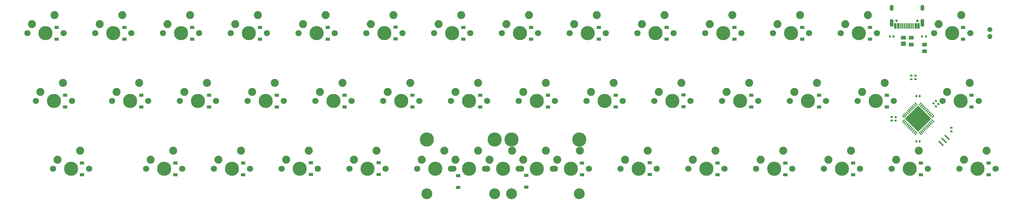
<source format=gbs>
%TF.GenerationSoftware,KiCad,Pcbnew,(5.99.0-10847-g28909c1a72)*%
%TF.CreationDate,2021-06-15T23:46:12+03:00*%
%TF.ProjectId,vanpole,76616e70-6f6c-4652-9e6b-696361645f70,rev?*%
%TF.SameCoordinates,Original*%
%TF.FileFunction,Soldermask,Bot*%
%TF.FilePolarity,Negative*%
%FSLAX46Y46*%
G04 Gerber Fmt 4.6, Leading zero omitted, Abs format (unit mm)*
G04 Created by KiCad (PCBNEW (5.99.0-10847-g28909c1a72)) date 2021-06-15 23:46:12*
%MOMM*%
%LPD*%
G01*
G04 APERTURE LIST*
G04 Aperture macros list*
%AMRoundRect*
0 Rectangle with rounded corners*
0 $1 Rounding radius*
0 $2 $3 $4 $5 $6 $7 $8 $9 X,Y pos of 4 corners*
0 Add a 4 corners polygon primitive as box body*
4,1,4,$2,$3,$4,$5,$6,$7,$8,$9,$2,$3,0*
0 Add four circle primitives for the rounded corners*
1,1,$1+$1,$2,$3*
1,1,$1+$1,$4,$5*
1,1,$1+$1,$6,$7*
1,1,$1+$1,$8,$9*
0 Add four rect primitives between the rounded corners*
20,1,$1+$1,$2,$3,$4,$5,0*
20,1,$1+$1,$4,$5,$6,$7,0*
20,1,$1+$1,$6,$7,$8,$9,0*
20,1,$1+$1,$8,$9,$2,$3,0*%
%AMRotRect*
0 Rectangle, with rotation*
0 The origin of the aperture is its center*
0 $1 length*
0 $2 width*
0 $3 Rotation angle, in degrees counterclockwise*
0 Add horizontal line*
21,1,$1,$2,0,0,$3*%
G04 Aperture macros list end*
%ADD10RotRect,0.400000X1.900000X45.000000*%
%ADD11RoundRect,0.062500X0.291682X0.380070X-0.380070X-0.291682X-0.291682X-0.380070X0.380070X0.291682X0*%
%ADD12RoundRect,0.062500X-0.291682X0.380070X-0.380070X0.291682X0.291682X-0.380070X0.380070X-0.291682X0*%
%ADD13RotRect,5.200000X5.200000X225.000000*%
%ADD14C,1.400000*%
%ADD15O,1.400000X1.400000*%
%ADD16RoundRect,0.135000X0.135000X0.185000X-0.135000X0.185000X-0.135000X-0.185000X0.135000X-0.185000X0*%
%ADD17RoundRect,0.135000X-0.135000X-0.185000X0.135000X-0.185000X0.135000X0.185000X-0.135000X0.185000X0*%
%ADD18RoundRect,0.135000X0.185000X-0.135000X0.185000X0.135000X-0.185000X0.135000X-0.185000X-0.135000X0*%
%ADD19RoundRect,0.135000X-0.185000X0.135000X-0.185000X-0.135000X0.185000X-0.135000X0.185000X0.135000X0*%
%ADD20C,3.987800*%
%ADD21C,3.048000*%
%ADD22C,1.750000*%
%ADD23C,2.250000*%
%ADD24RoundRect,0.243750X-0.456250X0.243750X-0.456250X-0.243750X0.456250X-0.243750X0.456250X0.243750X0*%
%ADD25R,1.200000X0.900000*%
%ADD26R,1.400000X1.200000*%
%ADD27R,1.400000X1.000000*%
%ADD28RoundRect,0.140000X0.021213X-0.219203X0.219203X-0.021213X-0.021213X0.219203X-0.219203X0.021213X0*%
%ADD29RoundRect,0.140000X0.170000X-0.140000X0.170000X0.140000X-0.170000X0.140000X-0.170000X-0.140000X0*%
%ADD30RoundRect,0.140000X-0.140000X-0.170000X0.140000X-0.170000X0.140000X0.170000X-0.140000X0.170000X0*%
%ADD31RoundRect,0.140000X0.140000X0.170000X-0.140000X0.170000X-0.140000X-0.170000X0.140000X-0.170000X0*%
%ADD32C,0.750000*%
%ADD33RoundRect,0.050000X-0.300000X-0.725000X0.300000X-0.725000X0.300000X0.725000X-0.300000X0.725000X0*%
%ADD34RoundRect,0.050000X-0.150000X-0.725000X0.150000X-0.725000X0.150000X0.725000X-0.150000X0.725000X0*%
%ADD35O,1.100000X2.200000*%
%ADD36O,1.100000X1.700000*%
G04 APERTURE END LIST*
D10*
%TO.C,Y1*%
X285011472Y-88138528D03*
X285860000Y-87290000D03*
X286708528Y-86441472D03*
%TD*%
D11*
%TO.C,U1*%
X279172202Y-77052264D03*
X279525755Y-77405818D03*
X279879309Y-77759371D03*
X280232862Y-78112924D03*
X280586415Y-78466478D03*
X280939969Y-78820031D03*
X281293522Y-79173585D03*
X281647076Y-79527138D03*
X282000629Y-79880691D03*
X282354182Y-80234245D03*
X282707736Y-80587798D03*
D12*
X282707736Y-81772202D03*
X282354182Y-82125755D03*
X282000629Y-82479309D03*
X281647076Y-82832862D03*
X281293522Y-83186415D03*
X280939969Y-83539969D03*
X280586415Y-83893522D03*
X280232862Y-84247076D03*
X279879309Y-84600629D03*
X279525755Y-84954182D03*
X279172202Y-85307736D03*
D11*
X277987798Y-85307736D03*
X277634245Y-84954182D03*
X277280691Y-84600629D03*
X276927138Y-84247076D03*
X276573585Y-83893522D03*
X276220031Y-83539969D03*
X275866478Y-83186415D03*
X275512924Y-82832862D03*
X275159371Y-82479309D03*
X274805818Y-82125755D03*
X274452264Y-81772202D03*
D12*
X274452264Y-80587798D03*
X274805818Y-80234245D03*
X275159371Y-79880691D03*
X275512924Y-79527138D03*
X275866478Y-79173585D03*
X276220031Y-78820031D03*
X276573585Y-78466478D03*
X276927138Y-78112924D03*
X277280691Y-77759371D03*
X277634245Y-77405818D03*
X277987798Y-77052264D03*
D13*
X278580000Y-81180000D03*
%TD*%
D14*
%TO.C,SW1*%
X298750000Y-56135000D03*
D15*
X298750000Y-58035000D03*
%TD*%
D16*
%TO.C,R_USB2*%
X271650000Y-58030000D03*
X270630000Y-58030000D03*
%TD*%
D17*
%TO.C,R_USB1*%
X279740000Y-58030000D03*
X280760000Y-58030000D03*
%TD*%
D18*
%TO.C,R_RST1*%
X287920000Y-84690000D03*
X287920000Y-83670000D03*
%TD*%
%TO.C,R_HWB1*%
X271150000Y-81690000D03*
X271150000Y-80670000D03*
%TD*%
D19*
%TO.C,R_DATA2*%
X276690000Y-69060000D03*
X276690000Y-70080000D03*
%TD*%
%TO.C,R_DATA1*%
X277830000Y-70060000D03*
X277830000Y-69040000D03*
%TD*%
D20*
%TO.C,MX44*%
X183356250Y-86995000D03*
X159543750Y-86995000D03*
D21*
X183356250Y-102235000D03*
X159543750Y-102235000D03*
D22*
X176530000Y-95250000D03*
X166370000Y-95250000D03*
D23*
X167640000Y-92710000D03*
D20*
X171450000Y-95250000D03*
D23*
X173990000Y-90170000D03*
%TD*%
D20*
%TO.C,MX43*%
X164306250Y-86995000D03*
X140493750Y-86995000D03*
D21*
X164306250Y-102235000D03*
X140493750Y-102235000D03*
D22*
X157480000Y-95250000D03*
X147320000Y-95250000D03*
D23*
X148590000Y-92710000D03*
D20*
X152400000Y-95250000D03*
D23*
X154940000Y-90170000D03*
%TD*%
D24*
%TO.C,F1*%
X280340000Y-60312500D03*
X280340000Y-62187500D03*
%TD*%
D25*
%TO.C,D43*%
X298370000Y-96900000D03*
X298370000Y-93600000D03*
%TD*%
%TO.C,D42*%
X293610000Y-77860000D03*
X293610000Y-74560000D03*
%TD*%
%TO.C,D41*%
X291230000Y-58780000D03*
X291230000Y-55480000D03*
%TD*%
%TO.C,D40*%
X279330000Y-96920000D03*
X279330000Y-93620000D03*
%TD*%
%TO.C,D39*%
X269810000Y-77860000D03*
X269810000Y-74560000D03*
%TD*%
%TO.C,D38*%
X265040000Y-58800000D03*
X265040000Y-55500000D03*
%TD*%
%TO.C,D37*%
X260280000Y-96900000D03*
X260280000Y-93600000D03*
%TD*%
%TO.C,D36*%
X250750000Y-77840000D03*
X250750000Y-74540000D03*
%TD*%
%TO.C,D35*%
X245990000Y-58770000D03*
X245990000Y-55470000D03*
%TD*%
%TO.C,D34*%
X241230000Y-96910000D03*
X241230000Y-93610000D03*
%TD*%
%TO.C,D33*%
X231700000Y-77850000D03*
X231700000Y-74550000D03*
%TD*%
%TO.C,D32*%
X226940000Y-58770000D03*
X226940000Y-55470000D03*
%TD*%
%TO.C,D31*%
X222180000Y-96870000D03*
X222180000Y-93570000D03*
%TD*%
%TO.C,D30*%
X212650000Y-77810000D03*
X212650000Y-74510000D03*
%TD*%
%TO.C,D29*%
X207890000Y-58770000D03*
X207890000Y-55470000D03*
%TD*%
%TO.C,D28*%
X203120000Y-96850000D03*
X203120000Y-93550000D03*
%TD*%
%TO.C,D27*%
X193600000Y-77850000D03*
X193600000Y-74550000D03*
%TD*%
%TO.C,D26*%
X188840000Y-58780000D03*
X188840000Y-55480000D03*
%TD*%
%TO.C,D25*%
X184080000Y-96890000D03*
X184080000Y-93590000D03*
%TD*%
%TO.C,D24*%
X174550000Y-77870000D03*
X174550000Y-74570000D03*
%TD*%
%TO.C,D23*%
X169790000Y-58770000D03*
X169790000Y-55470000D03*
%TD*%
%TO.C,D22*%
X168440000Y-100410000D03*
X168440000Y-97110000D03*
%TD*%
%TO.C,D21*%
X155500000Y-77890000D03*
X155500000Y-74590000D03*
%TD*%
%TO.C,D20*%
X150740000Y-58770000D03*
X150740000Y-55470000D03*
%TD*%
%TO.C,D19*%
X149280000Y-100430000D03*
X149280000Y-97130000D03*
%TD*%
%TO.C,D18*%
X136460000Y-77830000D03*
X136460000Y-74530000D03*
%TD*%
%TO.C,D17*%
X131690000Y-58750000D03*
X131690000Y-55450000D03*
%TD*%
%TO.C,D16*%
X126920000Y-96860000D03*
X126920000Y-93560000D03*
%TD*%
%TO.C,D15*%
X117400000Y-77870000D03*
X117400000Y-74570000D03*
%TD*%
%TO.C,D14*%
X112630000Y-58790000D03*
X112630000Y-55490000D03*
%TD*%
%TO.C,D13*%
X107880000Y-96860000D03*
X107880000Y-93560000D03*
%TD*%
%TO.C,D12*%
X98350000Y-77890000D03*
X98350000Y-74590000D03*
%TD*%
%TO.C,D11*%
X93590000Y-58790000D03*
X93590000Y-55490000D03*
%TD*%
D26*
%TO.C,D10*%
X274420000Y-60120000D03*
D27*
X274420000Y-58400000D03*
X276620000Y-58400000D03*
X276620000Y-60300000D03*
%TD*%
D25*
%TO.C,D9*%
X88830000Y-96890000D03*
X88830000Y-93590000D03*
%TD*%
%TO.C,D8*%
X79300000Y-77850000D03*
X79300000Y-74550000D03*
%TD*%
%TO.C,D7*%
X74540000Y-58800000D03*
X74540000Y-55500000D03*
%TD*%
%TO.C,D6*%
X69780000Y-96870000D03*
X69780000Y-93570000D03*
%TD*%
%TO.C,D5*%
X60250000Y-77860000D03*
X60250000Y-74560000D03*
%TD*%
%TO.C,D4*%
X55490000Y-58770000D03*
X55490000Y-55470000D03*
%TD*%
%TO.C,D3*%
X43580000Y-96950000D03*
X43580000Y-93650000D03*
%TD*%
%TO.C,D2*%
X38820000Y-77840000D03*
X38820000Y-74540000D03*
%TD*%
%TO.C,D1*%
X36440000Y-58770000D03*
X36440000Y-55470000D03*
%TD*%
D28*
%TO.C,C_UCAP1*%
X282880589Y-76839411D03*
X283559411Y-76160589D03*
%TD*%
%TO.C,C_DECOUP4*%
X283560589Y-77669411D03*
X284239411Y-76990589D03*
%TD*%
D29*
%TO.C,C_DECOUP3*%
X272240000Y-81660000D03*
X272240000Y-80700000D03*
%TD*%
D30*
%TO.C,C_DECOUP2*%
X278100000Y-87520000D03*
X279060000Y-87520000D03*
%TD*%
D31*
%TO.C,C_DECOUP1*%
X279060000Y-74820000D03*
X278100000Y-74820000D03*
%TD*%
D22*
%TO.C,MX21*%
X156845000Y-95250000D03*
X167005000Y-95250000D03*
D20*
X161925000Y-95250000D03*
D23*
X158115000Y-92710000D03*
X164465000Y-90170000D03*
%TD*%
D20*
%TO.C,MX26*%
X190500000Y-76200000D03*
D22*
X185420000Y-76200000D03*
X195580000Y-76200000D03*
D23*
X186690000Y-73660000D03*
X193040000Y-71120000D03*
%TD*%
D20*
%TO.C,MX31*%
X223837500Y-57150000D03*
D22*
X218757500Y-57150000D03*
X228917500Y-57150000D03*
D23*
X220027500Y-54610000D03*
X226377500Y-52070000D03*
%TD*%
D22*
%TO.C,MX6*%
X61595000Y-95250000D03*
D20*
X66675000Y-95250000D03*
D22*
X71755000Y-95250000D03*
D23*
X62865000Y-92710000D03*
X69215000Y-90170000D03*
%TD*%
D20*
%TO.C,MX24*%
X180975000Y-95250000D03*
D22*
X186055000Y-95250000D03*
X175895000Y-95250000D03*
D23*
X177165000Y-92710000D03*
X183515000Y-90170000D03*
%TD*%
D22*
%TO.C,MX34*%
X237807500Y-57150000D03*
D20*
X242887500Y-57150000D03*
D22*
X247967500Y-57150000D03*
D23*
X239077500Y-54610000D03*
X245427500Y-52070000D03*
%TD*%
D22*
%TO.C,MX8*%
X71120000Y-76200000D03*
D20*
X76200000Y-76200000D03*
D22*
X81280000Y-76200000D03*
D23*
X72390000Y-73660000D03*
X78740000Y-71120000D03*
%TD*%
D22*
%TO.C,MX19*%
X142557500Y-57150000D03*
X152717500Y-57150000D03*
D20*
X147637500Y-57150000D03*
D23*
X143827500Y-54610000D03*
X150177500Y-52070000D03*
%TD*%
D22*
%TO.C,MX33*%
X233045000Y-95250000D03*
D20*
X238125000Y-95250000D03*
D22*
X243205000Y-95250000D03*
D23*
X234315000Y-92710000D03*
X240665000Y-90170000D03*
%TD*%
D22*
%TO.C,MX9*%
X80645000Y-95250000D03*
X90805000Y-95250000D03*
D20*
X85725000Y-95250000D03*
D23*
X81915000Y-92710000D03*
X88265000Y-90170000D03*
%TD*%
D22*
%TO.C,MX20*%
X157480000Y-76200000D03*
X147320000Y-76200000D03*
D20*
X152400000Y-76200000D03*
D23*
X148590000Y-73660000D03*
X154940000Y-71120000D03*
%TD*%
D22*
%TO.C,MX27*%
X194945000Y-95250000D03*
D20*
X200025000Y-95250000D03*
D22*
X205105000Y-95250000D03*
D23*
X196215000Y-92710000D03*
X202565000Y-90170000D03*
%TD*%
D20*
%TO.C,MX41*%
X290512500Y-76200000D03*
D22*
X295592500Y-76200000D03*
X285432500Y-76200000D03*
D23*
X286702500Y-73660000D03*
X293052500Y-71120000D03*
%TD*%
D22*
%TO.C,MX37*%
X256857500Y-57150000D03*
X267017500Y-57150000D03*
D20*
X261937500Y-57150000D03*
D23*
X258127500Y-54610000D03*
X264477500Y-52070000D03*
%TD*%
D22*
%TO.C,MX16*%
X133667500Y-57150000D03*
X123507500Y-57150000D03*
D20*
X128587500Y-57150000D03*
D23*
X124777500Y-54610000D03*
X131127500Y-52070000D03*
%TD*%
D22*
%TO.C,MX2*%
X30638750Y-76200000D03*
D20*
X35718750Y-76200000D03*
D22*
X40798750Y-76200000D03*
D23*
X31908750Y-73660000D03*
X38258750Y-71120000D03*
%TD*%
D22*
%TO.C,MX23*%
X166370000Y-76200000D03*
X176530000Y-76200000D03*
D20*
X171450000Y-76200000D03*
D23*
X167640000Y-73660000D03*
X173990000Y-71120000D03*
%TD*%
D20*
%TO.C,MX11*%
X95250000Y-76200000D03*
D22*
X100330000Y-76200000D03*
X90170000Y-76200000D03*
D23*
X91440000Y-73660000D03*
X97790000Y-71120000D03*
%TD*%
D20*
%TO.C,MX10*%
X90487500Y-57150000D03*
D22*
X95567500Y-57150000D03*
X85407500Y-57150000D03*
D23*
X86677500Y-54610000D03*
X93027500Y-52070000D03*
%TD*%
D20*
%TO.C,MX38*%
X266700000Y-76200000D03*
D22*
X261620000Y-76200000D03*
X271780000Y-76200000D03*
D23*
X262890000Y-73660000D03*
X269240000Y-71120000D03*
%TD*%
D22*
%TO.C,MX18*%
X137795000Y-95250000D03*
D20*
X142875000Y-95250000D03*
D22*
X147955000Y-95250000D03*
D23*
X139065000Y-92710000D03*
X145415000Y-90170000D03*
%TD*%
D22*
%TO.C,MX40*%
X283051250Y-57150000D03*
D20*
X288131250Y-57150000D03*
D22*
X293211250Y-57150000D03*
D23*
X284321250Y-54610000D03*
X290671250Y-52070000D03*
%TD*%
D22*
%TO.C,MX32*%
X223520000Y-76200000D03*
D20*
X228600000Y-76200000D03*
D22*
X233680000Y-76200000D03*
D23*
X224790000Y-73660000D03*
X231140000Y-71120000D03*
%TD*%
D22*
%TO.C,MX12*%
X109855000Y-95250000D03*
D20*
X104775000Y-95250000D03*
D22*
X99695000Y-95250000D03*
D23*
X100965000Y-92710000D03*
X107315000Y-90170000D03*
%TD*%
D20*
%TO.C,MX22*%
X166687500Y-57150000D03*
D22*
X161607500Y-57150000D03*
X171767500Y-57150000D03*
D23*
X162877500Y-54610000D03*
X169227500Y-52070000D03*
%TD*%
D22*
%TO.C,MX5*%
X52070000Y-76200000D03*
D20*
X57150000Y-76200000D03*
D22*
X62230000Y-76200000D03*
D23*
X53340000Y-73660000D03*
X59690000Y-71120000D03*
%TD*%
D20*
%TO.C,MX4*%
X52387500Y-57150000D03*
D22*
X47307500Y-57150000D03*
X57467500Y-57150000D03*
D23*
X48577500Y-54610000D03*
X54927500Y-52070000D03*
%TD*%
D22*
%TO.C,MX39*%
X281305000Y-95250000D03*
X271145000Y-95250000D03*
D20*
X276225000Y-95250000D03*
D23*
X272415000Y-92710000D03*
X278765000Y-90170000D03*
%TD*%
D22*
%TO.C,MX17*%
X128270000Y-76200000D03*
D20*
X133350000Y-76200000D03*
D22*
X138430000Y-76200000D03*
D23*
X129540000Y-73660000D03*
X135890000Y-71120000D03*
%TD*%
D20*
%TO.C,MX25*%
X185737500Y-57150000D03*
D22*
X190817500Y-57150000D03*
X180657500Y-57150000D03*
D23*
X181927500Y-54610000D03*
X188277500Y-52070000D03*
%TD*%
D22*
%TO.C,MX7*%
X76517500Y-57150000D03*
D20*
X71437500Y-57150000D03*
D22*
X66357500Y-57150000D03*
D23*
X67627500Y-54610000D03*
X73977500Y-52070000D03*
%TD*%
D20*
%TO.C,MX30*%
X219075000Y-95250000D03*
D22*
X224155000Y-95250000D03*
X213995000Y-95250000D03*
D23*
X215265000Y-92710000D03*
X221615000Y-90170000D03*
%TD*%
D20*
%TO.C,MX15*%
X123825000Y-95250000D03*
D22*
X128905000Y-95250000D03*
X118745000Y-95250000D03*
D23*
X120015000Y-92710000D03*
X126365000Y-90170000D03*
%TD*%
D22*
%TO.C,MX28*%
X209867500Y-57150000D03*
D20*
X204787500Y-57150000D03*
D22*
X199707500Y-57150000D03*
D23*
X200977500Y-54610000D03*
X207327500Y-52070000D03*
%TD*%
D22*
%TO.C,MX36*%
X262255000Y-95250000D03*
D20*
X257175000Y-95250000D03*
D22*
X252095000Y-95250000D03*
D23*
X253365000Y-92710000D03*
X259715000Y-90170000D03*
%TD*%
D22*
%TO.C,MX1*%
X28257500Y-57150000D03*
X38417500Y-57150000D03*
D20*
X33337500Y-57150000D03*
D23*
X29527500Y-54610000D03*
X35877500Y-52070000D03*
%TD*%
D20*
%TO.C,MX42*%
X295275000Y-95250000D03*
D22*
X300355000Y-95250000D03*
X290195000Y-95250000D03*
D23*
X291465000Y-92710000D03*
X297815000Y-90170000D03*
%TD*%
D22*
%TO.C,MX29*%
X204470000Y-76200000D03*
X214630000Y-76200000D03*
D20*
X209550000Y-76200000D03*
D23*
X205740000Y-73660000D03*
X212090000Y-71120000D03*
%TD*%
D22*
%TO.C,MX3*%
X35401250Y-95250000D03*
X45561250Y-95250000D03*
D20*
X40481250Y-95250000D03*
D23*
X36671250Y-92710000D03*
X43021250Y-90170000D03*
%TD*%
D20*
%TO.C,MX14*%
X114300000Y-76200000D03*
D22*
X109220000Y-76200000D03*
X119380000Y-76200000D03*
D23*
X110490000Y-73660000D03*
X116840000Y-71120000D03*
%TD*%
D20*
%TO.C,MX35*%
X247650000Y-76200000D03*
D22*
X242570000Y-76200000D03*
X252730000Y-76200000D03*
D23*
X243840000Y-73660000D03*
X250190000Y-71120000D03*
%TD*%
D22*
%TO.C,MX13*%
X114617500Y-57150000D03*
D20*
X109537500Y-57150000D03*
D22*
X104457500Y-57150000D03*
D23*
X105727500Y-54610000D03*
X112077500Y-52070000D03*
%TD*%
D32*
%TO.C,USB1*%
X272541250Y-53681250D03*
X278321250Y-53681250D03*
D33*
X272206250Y-55126250D03*
X272981250Y-55126250D03*
D34*
X273681250Y-55126250D03*
X274181250Y-55126250D03*
X274681250Y-55126250D03*
X275181250Y-55126250D03*
X275681250Y-55126250D03*
X276181250Y-55126250D03*
X276681250Y-55126250D03*
X277181250Y-55126250D03*
D33*
X277881250Y-55126250D03*
X278656250Y-55126250D03*
D35*
X279751250Y-54211250D03*
D36*
X279751250Y-50031250D03*
X271111250Y-50031250D03*
D35*
X271111250Y-54211250D03*
%TD*%
M02*

</source>
